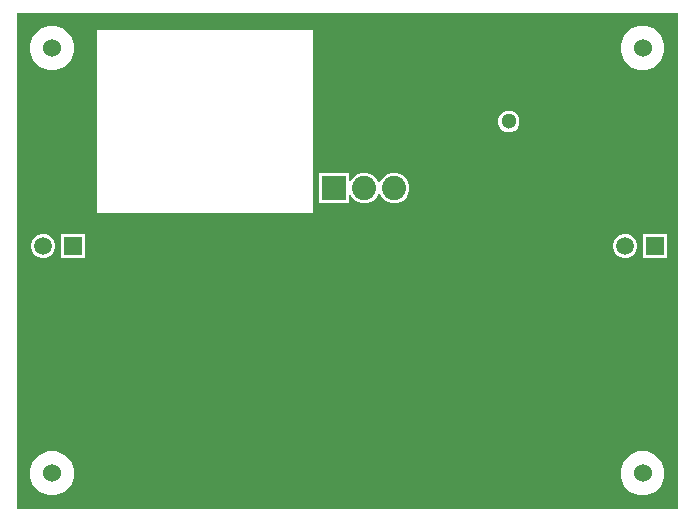
<source format=gbr>
%TF.GenerationSoftware,Altium Limited,Altium Designer,22.11.1 (43)*%
G04 Layer_Physical_Order=2*
G04 Layer_Color=16711680*
%FSLAX45Y45*%
%MOMM*%
%TF.SameCoordinates,43E0CF4A-0526-4127-82AF-783748DA5692*%
%TF.FilePolarity,Positive*%
%TF.FileFunction,Copper,L2,Bot,Signal*%
%TF.Part,Single*%
G01*
G75*
%TA.AperFunction,ComponentPad*%
%ADD26C,1.52000*%
%ADD27R,1.52000X1.52000*%
%ADD28R,1.30000X1.30000*%
%ADD29C,1.30000*%
%TA.AperFunction,WasherPad*%
%ADD30C,1.52400*%
%TA.AperFunction,ComponentPad*%
%ADD31C,2.05000*%
%ADD32R,2.05000X2.05000*%
%TA.AperFunction,ViaPad*%
%ADD33C,0.63500*%
G36*
X11800000Y7200000D02*
X6200000D01*
Y11400000D01*
X11800000D01*
Y7200000D01*
D02*
G37*
%LPC*%
G36*
X11536878Y11285400D02*
X11463122D01*
X11394979Y11257174D01*
X11342826Y11205021D01*
X11314600Y11136878D01*
Y11063122D01*
X11342826Y10994979D01*
X11394979Y10942825D01*
X11463122Y10914600D01*
X11536878D01*
X11605021Y10942825D01*
X11657175Y10994979D01*
X11685400Y11063122D01*
Y11136878D01*
X11657175Y11205021D01*
X11605021Y11257174D01*
X11536878Y11285400D01*
D02*
G37*
G36*
X6536878D02*
X6463122D01*
X6394979Y11257174D01*
X6342826Y11205021D01*
X6314600Y11136878D01*
Y11063122D01*
X6342826Y10994979D01*
X6394979Y10942825D01*
X6463122Y10914600D01*
X6536878D01*
X6605021Y10942825D01*
X6657174Y10994979D01*
X6685400Y11063122D01*
Y11136878D01*
X6657174Y11205021D01*
X6605021Y11257174D01*
X6536878Y11285400D01*
D02*
G37*
G36*
X10383982Y10567900D02*
X10348018D01*
X10314793Y10554137D01*
X10289363Y10528707D01*
X10275600Y10495482D01*
Y10459518D01*
X10289363Y10426293D01*
X10314793Y10400863D01*
X10348018Y10387100D01*
X10383982D01*
X10417208Y10400863D01*
X10442637Y10426293D01*
X10456400Y10459518D01*
Y10495482D01*
X10442637Y10528707D01*
X10417208Y10554137D01*
X10383982Y10567900D01*
D02*
G37*
G36*
X9423441Y10041600D02*
X9372559D01*
X9325551Y10022128D01*
X9289572Y9986149D01*
X9277350Y9956644D01*
X9264650D01*
X9252428Y9986149D01*
X9216449Y10022128D01*
X9169441Y10041600D01*
X9118559D01*
X9071551Y10022128D01*
X9035572Y9986149D01*
X9030356Y9973558D01*
X9017900Y9976035D01*
Y10041600D01*
X8762100D01*
Y9785800D01*
X9017900D01*
Y9851365D01*
X9030356Y9853842D01*
X9035572Y9841251D01*
X9071551Y9805272D01*
X9118559Y9785800D01*
X9169441D01*
X9216449Y9805272D01*
X9252428Y9841251D01*
X9264650Y9870756D01*
X9277350D01*
X9289572Y9841251D01*
X9325551Y9805272D01*
X9372559Y9785800D01*
X9423441D01*
X9470449Y9805272D01*
X9506428Y9841251D01*
X9525900Y9888259D01*
Y9939141D01*
X9506428Y9986149D01*
X9470449Y10022128D01*
X9423441Y10041600D01*
D02*
G37*
G36*
X8712200Y11252200D02*
X6883400D01*
Y9702800D01*
X8712200D01*
Y11252200D01*
D02*
G37*
G36*
X11709200Y9524800D02*
X11506400D01*
Y9322000D01*
X11709200D01*
Y9524800D01*
D02*
G37*
G36*
X11373970D02*
X11333630D01*
X11296362Y9509363D01*
X11267837Y9480838D01*
X11252400Y9443570D01*
Y9403230D01*
X11267837Y9365962D01*
X11296362Y9337437D01*
X11333630Y9322000D01*
X11373970D01*
X11411238Y9337437D01*
X11439763Y9365962D01*
X11455200Y9403230D01*
Y9443570D01*
X11439763Y9480838D01*
X11411238Y9509363D01*
X11373970Y9524800D01*
D02*
G37*
G36*
X6781600D02*
X6578800D01*
Y9322000D01*
X6781600D01*
Y9524800D01*
D02*
G37*
G36*
X6446370D02*
X6406030D01*
X6368762Y9509363D01*
X6340237Y9480838D01*
X6324800Y9443570D01*
Y9403230D01*
X6340237Y9365962D01*
X6368762Y9337437D01*
X6406030Y9322000D01*
X6446370D01*
X6483638Y9337437D01*
X6512163Y9365962D01*
X6527600Y9403230D01*
Y9443570D01*
X6512163Y9480838D01*
X6483638Y9509363D01*
X6446370Y9524800D01*
D02*
G37*
G36*
X11536878Y7685400D02*
X11463122D01*
X11394979Y7657174D01*
X11342826Y7605021D01*
X11314600Y7536878D01*
Y7463122D01*
X11342826Y7394979D01*
X11394979Y7342826D01*
X11463122Y7314600D01*
X11536878D01*
X11605021Y7342826D01*
X11657175Y7394979D01*
X11685400Y7463122D01*
Y7536878D01*
X11657175Y7605021D01*
X11605021Y7657174D01*
X11536878Y7685400D01*
D02*
G37*
G36*
X6536878D02*
X6463122D01*
X6394979Y7657174D01*
X6342826Y7605021D01*
X6314600Y7536878D01*
Y7463122D01*
X6342826Y7394979D01*
X6394979Y7342826D01*
X6463122Y7314600D01*
X6536878D01*
X6605021Y7342826D01*
X6657174Y7394979D01*
X6685400Y7463122D01*
Y7536878D01*
X6657174Y7605021D01*
X6605021Y7657174D01*
X6536878Y7685400D01*
D02*
G37*
%LPD*%
D26*
X11353800Y9423400D02*
D03*
Y9169400D02*
D03*
X11607800D02*
D03*
X6680200D02*
D03*
X6426200D02*
D03*
Y9423400D02*
D03*
D27*
X11607800D02*
D03*
X6680200D02*
D03*
D28*
X10716000Y10477500D02*
D03*
D29*
X10366000D02*
D03*
D30*
X6500000Y11100000D02*
D03*
Y7500000D02*
D03*
X11500000Y11100000D02*
D03*
Y7500000D02*
D03*
D31*
X9398000Y9913700D02*
D03*
X9144000D02*
D03*
D32*
X8890000D02*
D03*
D33*
X9880600Y9156700D02*
D03*
X10007600D02*
D03*
X9880600Y9271000D02*
D03*
X10007600D02*
D03*
X10972800Y10185400D02*
D03*
X11417300Y8839200D02*
D03*
X11544300D02*
D03*
X11671300D02*
D03*
Y8953500D02*
D03*
X11544300D02*
D03*
X11417300D02*
D03*
X11290300Y8839200D02*
D03*
Y8953500D02*
D03*
X8636000Y9220200D02*
D03*
X10845800Y10845800D02*
D03*
X10972800Y10718800D02*
D03*
Y10845800D02*
D03*
X10845800Y10058400D02*
D03*
X10972800D02*
D03*
Y9931400D02*
D03*
X10845800D02*
D03*
Y9804400D02*
D03*
X10972800D02*
D03*
X9183500Y8445500D02*
D03*
%TF.MD5,039af5489bd207d83863e59769fad392*%
M02*

</source>
